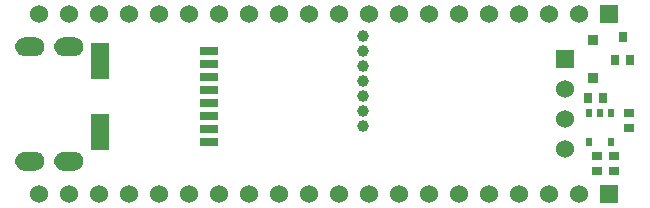
<source format=gbr>
G04 #@! TF.FileFunction,Soldermask,Bot*
%FSLAX46Y46*%
G04 Gerber Fmt 4.6, Leading zero omitted, Abs format (unit mm)*
G04 Created by KiCad (PCBNEW 4.0.7-e2-6376~58~ubuntu16.04.1) date Sun Jan 14 12:59:34 2018*
%MOMM*%
%LPD*%
G01*
G04 APERTURE LIST*
%ADD10C,0.100000*%
%ADD11C,0.127000*%
%ADD12R,1.500000X0.800000*%
%ADD13R,1.500000X3.100000*%
%ADD14R,1.524000X1.524000*%
%ADD15C,1.524000*%
%ADD16C,1.000000*%
%ADD17O,2.300000X1.400000*%
%ADD18R,0.889000X0.635000*%
%ADD19R,0.700000X0.900000*%
%ADD20R,0.635000X0.889000*%
%ADD21R,0.550000X0.800000*%
%ADD22C,0.998220*%
%ADD23R,0.949960X0.899160*%
G04 APERTURE END LIST*
D10*
D11*
G36*
X1300480Y7281380D02*
X2199640Y7281380D01*
X2334260Y7266140D01*
X2466340Y7228040D01*
X2588260Y7162000D01*
X2694940Y7075640D01*
X2781300Y6968960D01*
X2844800Y6849580D01*
X2885440Y6717500D01*
X2898140Y6580340D01*
X2885440Y6443180D01*
X2844800Y6313640D01*
X2781300Y6191720D01*
X2694940Y6085040D01*
X2588260Y5998680D01*
X2466340Y5932640D01*
X2334260Y5894540D01*
X2199640Y5879300D01*
X1300480Y5879300D01*
X1165860Y5894540D01*
X1033780Y5932640D01*
X911860Y5998680D01*
X805180Y6085040D01*
X718820Y6191720D01*
X655320Y6313640D01*
X614680Y6443180D01*
X601980Y6580340D01*
X614680Y6717500D01*
X655320Y6849580D01*
X718820Y6968960D01*
X805180Y7075640D01*
X911860Y7162000D01*
X1033780Y7228040D01*
X1165860Y7266140D01*
X1300480Y7281380D01*
X1300480Y7281380D01*
G37*
X1300480Y7281380D02*
X2199640Y7281380D01*
X2334260Y7266140D01*
X2466340Y7228040D01*
X2588260Y7162000D01*
X2694940Y7075640D01*
X2781300Y6968960D01*
X2844800Y6849580D01*
X2885440Y6717500D01*
X2898140Y6580340D01*
X2885440Y6443180D01*
X2844800Y6313640D01*
X2781300Y6191720D01*
X2694940Y6085040D01*
X2588260Y5998680D01*
X2466340Y5932640D01*
X2334260Y5894540D01*
X2199640Y5879300D01*
X1300480Y5879300D01*
X1165860Y5894540D01*
X1033780Y5932640D01*
X911860Y5998680D01*
X805180Y6085040D01*
X718820Y6191720D01*
X655320Y6313640D01*
X614680Y6443180D01*
X601980Y6580340D01*
X614680Y6717500D01*
X655320Y6849580D01*
X718820Y6968960D01*
X805180Y7075640D01*
X911860Y7162000D01*
X1033780Y7228040D01*
X1165860Y7266140D01*
X1300480Y7281380D01*
G36*
X1300480Y16979100D02*
X2199640Y16979100D01*
X2334260Y16963860D01*
X2466340Y16925760D01*
X2588260Y16859720D01*
X2694940Y16773360D01*
X2781300Y16666680D01*
X2844800Y16544760D01*
X2885440Y16415220D01*
X2898140Y16278060D01*
X2885440Y16140900D01*
X2844800Y16008820D01*
X2781300Y15889440D01*
X2694940Y15782760D01*
X2588260Y15696400D01*
X2466340Y15630360D01*
X2334260Y15592260D01*
X2199640Y15577020D01*
X1300480Y15577020D01*
X1165860Y15592260D01*
X1033780Y15630360D01*
X911860Y15696400D01*
X805180Y15782760D01*
X718820Y15889440D01*
X655320Y16008820D01*
X614680Y16140900D01*
X601980Y16278060D01*
X614680Y16415220D01*
X655320Y16544760D01*
X718820Y16666680D01*
X805180Y16773360D01*
X911860Y16859720D01*
X1033780Y16925760D01*
X1165860Y16963860D01*
X1300480Y16979100D01*
X1300480Y16979100D01*
G37*
X1300480Y16979100D02*
X2199640Y16979100D01*
X2334260Y16963860D01*
X2466340Y16925760D01*
X2588260Y16859720D01*
X2694940Y16773360D01*
X2781300Y16666680D01*
X2844800Y16544760D01*
X2885440Y16415220D01*
X2898140Y16278060D01*
X2885440Y16140900D01*
X2844800Y16008820D01*
X2781300Y15889440D01*
X2694940Y15782760D01*
X2588260Y15696400D01*
X2466340Y15630360D01*
X2334260Y15592260D01*
X2199640Y15577020D01*
X1300480Y15577020D01*
X1165860Y15592260D01*
X1033780Y15630360D01*
X911860Y15696400D01*
X805180Y15782760D01*
X718820Y15889440D01*
X655320Y16008820D01*
X614680Y16140900D01*
X601980Y16278060D01*
X614680Y16415220D01*
X655320Y16544760D01*
X718820Y16666680D01*
X805180Y16773360D01*
X911860Y16859720D01*
X1033780Y16925760D01*
X1165860Y16963860D01*
X1300480Y16979100D01*
G36*
X4599940Y7281380D02*
X5499100Y7281380D01*
X5636260Y7266140D01*
X5765800Y7228040D01*
X5887720Y7162000D01*
X5994400Y7075640D01*
X6080760Y6968960D01*
X6144260Y6849580D01*
X6184900Y6717500D01*
X6197600Y6580340D01*
X6184900Y6443180D01*
X6144260Y6313640D01*
X6080760Y6191720D01*
X5994400Y6085040D01*
X5887720Y5998680D01*
X5765800Y5932640D01*
X5636260Y5894540D01*
X5499100Y5879300D01*
X4599940Y5879300D01*
X4462780Y5894540D01*
X4330700Y5932640D01*
X4208780Y5998680D01*
X4104640Y6085040D01*
X4015740Y6191720D01*
X3952240Y6313640D01*
X3911600Y6443180D01*
X3898900Y6580340D01*
X3911600Y6717500D01*
X3952240Y6849580D01*
X4015740Y6968960D01*
X4104640Y7075640D01*
X4208780Y7162000D01*
X4330700Y7228040D01*
X4462780Y7266140D01*
X4599940Y7281380D01*
X4599940Y7281380D01*
G37*
X4599940Y7281380D02*
X5499100Y7281380D01*
X5636260Y7266140D01*
X5765800Y7228040D01*
X5887720Y7162000D01*
X5994400Y7075640D01*
X6080760Y6968960D01*
X6144260Y6849580D01*
X6184900Y6717500D01*
X6197600Y6580340D01*
X6184900Y6443180D01*
X6144260Y6313640D01*
X6080760Y6191720D01*
X5994400Y6085040D01*
X5887720Y5998680D01*
X5765800Y5932640D01*
X5636260Y5894540D01*
X5499100Y5879300D01*
X4599940Y5879300D01*
X4462780Y5894540D01*
X4330700Y5932640D01*
X4208780Y5998680D01*
X4104640Y6085040D01*
X4015740Y6191720D01*
X3952240Y6313640D01*
X3911600Y6443180D01*
X3898900Y6580340D01*
X3911600Y6717500D01*
X3952240Y6849580D01*
X4015740Y6968960D01*
X4104640Y7075640D01*
X4208780Y7162000D01*
X4330700Y7228040D01*
X4462780Y7266140D01*
X4599940Y7281380D01*
G36*
X4599940Y16979100D02*
X5499100Y16979100D01*
X5636260Y16963860D01*
X5765800Y16925760D01*
X5887720Y16859720D01*
X5994400Y16773360D01*
X6080760Y16666680D01*
X6144260Y16544760D01*
X6184900Y16415220D01*
X6197600Y16278060D01*
X6184900Y16140900D01*
X6144260Y16008820D01*
X6080760Y15889440D01*
X5994400Y15782760D01*
X5887720Y15696400D01*
X5765800Y15630360D01*
X5636260Y15592260D01*
X5499100Y15577020D01*
X4599940Y15577020D01*
X4462780Y15592260D01*
X4330700Y15630360D01*
X4208780Y15696400D01*
X4104640Y15782760D01*
X4015740Y15889440D01*
X3952240Y16008820D01*
X3911600Y16140900D01*
X3898900Y16278060D01*
X3911600Y16415220D01*
X3952240Y16544760D01*
X4015740Y16666680D01*
X4104640Y16773360D01*
X4208780Y16859720D01*
X4330700Y16925760D01*
X4462780Y16963860D01*
X4599940Y16979100D01*
X4599940Y16979100D01*
G37*
X4599940Y16979100D02*
X5499100Y16979100D01*
X5636260Y16963860D01*
X5765800Y16925760D01*
X5887720Y16859720D01*
X5994400Y16773360D01*
X6080760Y16666680D01*
X6144260Y16544760D01*
X6184900Y16415220D01*
X6197600Y16278060D01*
X6184900Y16140900D01*
X6144260Y16008820D01*
X6080760Y15889440D01*
X5994400Y15782760D01*
X5887720Y15696400D01*
X5765800Y15630360D01*
X5636260Y15592260D01*
X5499100Y15577020D01*
X4599940Y15577020D01*
X4462780Y15592260D01*
X4330700Y15630360D01*
X4208780Y15696400D01*
X4104640Y15782760D01*
X4015740Y15889440D01*
X3952240Y16008820D01*
X3911600Y16140900D01*
X3898900Y16278060D01*
X3911600Y16415220D01*
X3952240Y16544760D01*
X4015740Y16666680D01*
X4104640Y16773360D01*
X4208780Y16859720D01*
X4330700Y16925760D01*
X4462780Y16963860D01*
X4599940Y16979100D01*
D12*
X16891000Y15915000D03*
X16891000Y14815000D03*
X16891000Y13715000D03*
X16891000Y12615000D03*
X16891000Y11515000D03*
X16891000Y10415000D03*
X16891000Y9315000D03*
X16891000Y8215000D03*
D13*
X7691000Y9035000D03*
X7691000Y15095000D03*
D14*
X50800000Y19049200D03*
D15*
X48260000Y19049200D03*
X45720000Y19049200D03*
X43180000Y19049200D03*
X40640000Y19049200D03*
X38100000Y19049200D03*
X35560000Y19049200D03*
X33020000Y19049200D03*
X30480000Y19049200D03*
X27940000Y19049200D03*
X25400000Y19049200D03*
X22860000Y19049200D03*
X20320000Y19049200D03*
X17780000Y19049200D03*
X15240000Y19049200D03*
X12700000Y19049200D03*
X10160000Y19049200D03*
X7620000Y19049200D03*
X5080000Y19049200D03*
X2540000Y19049200D03*
D14*
X50800000Y3809200D03*
D15*
X48260000Y3809200D03*
X45720000Y3809200D03*
X43180000Y3809200D03*
X40640000Y3809200D03*
X38100000Y3809200D03*
X35560000Y3809200D03*
X33020000Y3809200D03*
X30480000Y3809200D03*
X27940000Y3809200D03*
X25400000Y3809200D03*
X22860000Y3809200D03*
X20320000Y3809200D03*
X17780000Y3809200D03*
X15240000Y3809200D03*
X12700000Y3809200D03*
X10160000Y3809200D03*
X7620000Y3809200D03*
X5080000Y3809200D03*
X2540000Y3809200D03*
D16*
X29971900Y9535800D03*
X29971900Y10805800D03*
X29971900Y12075800D03*
X29971900Y14615800D03*
X29971900Y17155800D03*
X29971900Y15885800D03*
D14*
X47066200Y15239200D03*
D15*
X47066200Y12699200D03*
X47066200Y10159200D03*
X47066200Y7619200D03*
D17*
X1750060Y16278060D03*
X1750060Y6580340D03*
X5049520Y16278060D03*
X5049520Y6580340D03*
D18*
X51180900Y6995800D03*
X51180900Y5725800D03*
X52450900Y10678800D03*
X52450900Y9408800D03*
D19*
X51943000Y17079000D03*
X51293000Y15179000D03*
X52593000Y15179000D03*
D18*
X49783900Y6995800D03*
X49783900Y5725800D03*
D20*
X49021900Y11948800D03*
X50291900Y11948800D03*
D21*
X49087900Y10634200D03*
X50037900Y10634200D03*
X50987900Y10634200D03*
X50987900Y8234200D03*
X49087900Y8234200D03*
D22*
X29971900Y13345800D03*
D23*
X49403000Y13665200D03*
X49403000Y16814800D03*
M02*

</source>
